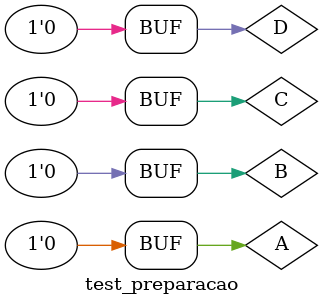
<source format=v>

module preparacao (
  output a, 
  output b, 
  output c, 
  output d, 
  output e, 
  output f,
  input A, 
  input B, 
  input C, 
  input D);

  assign a = (~A & ~B & C & ~D) |
             (~A & B & C & ~D)  |
             (~A & B & C & D)   |
             (A & B & ~C & ~D)  |
             (A & B & C & ~D)   |
             (A & B & C & D);

  assign b = (A | B | C | D) &
             (A | B | C | ~D) &
             (A | B | ~C | ~D) &
             (A | ~B | C | D) &
             (A | ~B | C | ~D) &
             (~A | B | C | D) &
             (~A | B | C | ~D) &
             (~A | B | ~C | D) &
             (~A | B | ~C | ~D) &
             (~A | ~B | C | ~D);

  assign c = (B & C) | (~A & C & ~D) | (A & B & ~D);
  assign d = (A | ~C) & (C | ~D) & (~A | B) & (B | ~D);
  assign e = ~((~(B & C)) & ~(~A & C & ~D) & ~(A & B & ~D));
  assign f = ~((~(A | ~C)) | (~(C | ~D)) | (~(~A | B)) | (~(B | ~D)));

endmodule

module test_preparacao;
  reg A, B, C, D;
  wire a, b, c, d, e, f;

  preparacao Teste (a, b, c, d, e, f, A, B, C, D);

  initial begin
    $display("Variavel | Alternativa");
    $display(" A B C D | a b c d e f");
    $display("______________________");
    $monitor(" %b %b %b %b | %b %b %b %b %b %b", A, B, C, D, a, b, c, d, e, f);

    A = 0; B = 0; C = 0; D = 0;
    repeat (16) begin
      #1 {A, B, C, D} = {A, B, C, D} + 1;
    end
  end
endmodule


</source>
